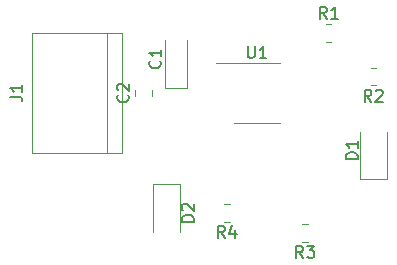
<source format=gbr>
%TF.GenerationSoftware,KiCad,Pcbnew,(6.0.10)*%
%TF.CreationDate,2023-03-03T00:14:05-08:00*%
%TF.ProjectId,ex 2,65782032-2e6b-4696-9361-645f70636258,rev?*%
%TF.SameCoordinates,Original*%
%TF.FileFunction,Legend,Top*%
%TF.FilePolarity,Positive*%
%FSLAX46Y46*%
G04 Gerber Fmt 4.6, Leading zero omitted, Abs format (unit mm)*
G04 Created by KiCad (PCBNEW (6.0.10)) date 2023-03-03 00:14:05*
%MOMM*%
%LPD*%
G01*
G04 APERTURE LIST*
%ADD10C,0.150000*%
%ADD11C,0.120000*%
G04 APERTURE END LIST*
D10*
%TO.C,R2*%
X159560397Y-82022380D02*
X159227064Y-81546190D01*
X158988968Y-82022380D02*
X158988968Y-81022380D01*
X159369921Y-81022380D01*
X159465159Y-81070000D01*
X159512778Y-81117619D01*
X159560397Y-81212857D01*
X159560397Y-81355714D01*
X159512778Y-81450952D01*
X159465159Y-81498571D01*
X159369921Y-81546190D01*
X158988968Y-81546190D01*
X159941349Y-81117619D02*
X159988968Y-81070000D01*
X160084206Y-81022380D01*
X160322302Y-81022380D01*
X160417540Y-81070000D01*
X160465159Y-81117619D01*
X160512778Y-81212857D01*
X160512778Y-81308095D01*
X160465159Y-81450952D01*
X159893730Y-82022380D01*
X160512778Y-82022380D01*
%TO.C,J1*%
X128992380Y-81613333D02*
X129706666Y-81613333D01*
X129849523Y-81660952D01*
X129944761Y-81756190D01*
X129992380Y-81899047D01*
X129992380Y-81994285D01*
X129992380Y-80613333D02*
X129992380Y-81184761D01*
X129992380Y-80899047D02*
X128992380Y-80899047D01*
X129135238Y-80994285D01*
X129230476Y-81089523D01*
X129278095Y-81184761D01*
%TO.C,R1*%
X155773333Y-75002380D02*
X155440000Y-74526190D01*
X155201904Y-75002380D02*
X155201904Y-74002380D01*
X155582857Y-74002380D01*
X155678095Y-74050000D01*
X155725714Y-74097619D01*
X155773333Y-74192857D01*
X155773333Y-74335714D01*
X155725714Y-74430952D01*
X155678095Y-74478571D01*
X155582857Y-74526190D01*
X155201904Y-74526190D01*
X156725714Y-75002380D02*
X156154285Y-75002380D01*
X156440000Y-75002380D02*
X156440000Y-74002380D01*
X156344761Y-74145238D01*
X156249523Y-74240476D01*
X156154285Y-74288095D01*
%TO.C,D2*%
X144512380Y-92178095D02*
X143512380Y-92178095D01*
X143512380Y-91940000D01*
X143560000Y-91797142D01*
X143655238Y-91701904D01*
X143750476Y-91654285D01*
X143940952Y-91606666D01*
X144083809Y-91606666D01*
X144274285Y-91654285D01*
X144369523Y-91701904D01*
X144464761Y-91797142D01*
X144512380Y-91940000D01*
X144512380Y-92178095D01*
X143607619Y-91225714D02*
X143560000Y-91178095D01*
X143512380Y-91082857D01*
X143512380Y-90844761D01*
X143560000Y-90749523D01*
X143607619Y-90701904D01*
X143702857Y-90654285D01*
X143798095Y-90654285D01*
X143940952Y-90701904D01*
X144512380Y-91273333D01*
X144512380Y-90654285D01*
%TO.C,C2*%
X138932142Y-81446666D02*
X138979761Y-81494285D01*
X139027380Y-81637142D01*
X139027380Y-81732380D01*
X138979761Y-81875238D01*
X138884523Y-81970476D01*
X138789285Y-82018095D01*
X138598809Y-82065714D01*
X138455952Y-82065714D01*
X138265476Y-82018095D01*
X138170238Y-81970476D01*
X138075000Y-81875238D01*
X138027380Y-81732380D01*
X138027380Y-81637142D01*
X138075000Y-81494285D01*
X138122619Y-81446666D01*
X138122619Y-81065714D02*
X138075000Y-81018095D01*
X138027380Y-80922857D01*
X138027380Y-80684761D01*
X138075000Y-80589523D01*
X138122619Y-80541904D01*
X138217857Y-80494285D01*
X138313095Y-80494285D01*
X138455952Y-80541904D01*
X139027380Y-81113333D01*
X139027380Y-80494285D01*
%TO.C,R3*%
X153773333Y-95247380D02*
X153440000Y-94771190D01*
X153201904Y-95247380D02*
X153201904Y-94247380D01*
X153582857Y-94247380D01*
X153678095Y-94295000D01*
X153725714Y-94342619D01*
X153773333Y-94437857D01*
X153773333Y-94580714D01*
X153725714Y-94675952D01*
X153678095Y-94723571D01*
X153582857Y-94771190D01*
X153201904Y-94771190D01*
X154106666Y-94247380D02*
X154725714Y-94247380D01*
X154392380Y-94628333D01*
X154535238Y-94628333D01*
X154630476Y-94675952D01*
X154678095Y-94723571D01*
X154725714Y-94818809D01*
X154725714Y-95056904D01*
X154678095Y-95152142D01*
X154630476Y-95199761D01*
X154535238Y-95247380D01*
X154249523Y-95247380D01*
X154154285Y-95199761D01*
X154106666Y-95152142D01*
%TO.C,C1*%
X141647142Y-78566666D02*
X141694761Y-78614285D01*
X141742380Y-78757142D01*
X141742380Y-78852380D01*
X141694761Y-78995238D01*
X141599523Y-79090476D01*
X141504285Y-79138095D01*
X141313809Y-79185714D01*
X141170952Y-79185714D01*
X140980476Y-79138095D01*
X140885238Y-79090476D01*
X140790000Y-78995238D01*
X140742380Y-78852380D01*
X140742380Y-78757142D01*
X140790000Y-78614285D01*
X140837619Y-78566666D01*
X141742380Y-77614285D02*
X141742380Y-78185714D01*
X141742380Y-77900000D02*
X140742380Y-77900000D01*
X140885238Y-77995238D01*
X140980476Y-78090476D01*
X141028095Y-78185714D01*
%TO.C,U1*%
X149098095Y-77332380D02*
X149098095Y-78141904D01*
X149145714Y-78237142D01*
X149193333Y-78284761D01*
X149288571Y-78332380D01*
X149479047Y-78332380D01*
X149574285Y-78284761D01*
X149621904Y-78237142D01*
X149669523Y-78141904D01*
X149669523Y-77332380D01*
X150669523Y-78332380D02*
X150098095Y-78332380D01*
X150383809Y-78332380D02*
X150383809Y-77332380D01*
X150288571Y-77475238D01*
X150193333Y-77570476D01*
X150098095Y-77618095D01*
%TO.C,D1*%
X158394880Y-86893095D02*
X157394880Y-86893095D01*
X157394880Y-86655000D01*
X157442500Y-86512142D01*
X157537738Y-86416904D01*
X157632976Y-86369285D01*
X157823452Y-86321666D01*
X157966309Y-86321666D01*
X158156785Y-86369285D01*
X158252023Y-86416904D01*
X158347261Y-86512142D01*
X158394880Y-86655000D01*
X158394880Y-86893095D01*
X158394880Y-85369285D02*
X158394880Y-85940714D01*
X158394880Y-85655000D02*
X157394880Y-85655000D01*
X157537738Y-85750238D01*
X157632976Y-85845476D01*
X157680595Y-85940714D01*
%TO.C,R4*%
X147153333Y-93542380D02*
X146820000Y-93066190D01*
X146581904Y-93542380D02*
X146581904Y-92542380D01*
X146962857Y-92542380D01*
X147058095Y-92590000D01*
X147105714Y-92637619D01*
X147153333Y-92732857D01*
X147153333Y-92875714D01*
X147105714Y-92970952D01*
X147058095Y-93018571D01*
X146962857Y-93066190D01*
X146581904Y-93066190D01*
X148010476Y-92875714D02*
X148010476Y-93542380D01*
X147772380Y-92494761D02*
X147534285Y-93209047D01*
X148153333Y-93209047D01*
D11*
%TO.C,R2*%
X159954128Y-79185000D02*
X159500000Y-79185000D01*
X159954128Y-80655000D02*
X159500000Y-80655000D01*
%TO.C,J1*%
X130810000Y-76200000D02*
X130810000Y-86360000D01*
X138430000Y-76200000D02*
X130810000Y-76200000D01*
X137160000Y-76200000D02*
X137160000Y-86360000D01*
X138430000Y-86360000D02*
X138430000Y-76200000D01*
X130810000Y-86360000D02*
X138430000Y-86360000D01*
%TO.C,R1*%
X155712936Y-76935000D02*
X156167064Y-76935000D01*
X155712936Y-75465000D02*
X156167064Y-75465000D01*
%TO.C,D2*%
X141105000Y-88980000D02*
X141105000Y-93040000D01*
X143375000Y-93040000D02*
X143375000Y-88980000D01*
X143375000Y-88980000D02*
X141105000Y-88980000D01*
%TO.C,C2*%
X139520000Y-81541252D02*
X139520000Y-81018748D01*
X140990000Y-81541252D02*
X140990000Y-81018748D01*
%TO.C,R3*%
X154167064Y-93880000D02*
X153712936Y-93880000D01*
X154167064Y-92410000D02*
X153712936Y-92410000D01*
%TO.C,C1*%
X142105000Y-80885000D02*
X143975000Y-80885000D01*
X143975000Y-80885000D02*
X143975000Y-76800000D01*
X142105000Y-76800000D02*
X142105000Y-80885000D01*
%TO.C,U1*%
X149860000Y-83840000D02*
X147910000Y-83840000D01*
X149860000Y-78720000D02*
X146410000Y-78720000D01*
X149860000Y-83840000D02*
X151810000Y-83840000D01*
X149860000Y-78720000D02*
X151810000Y-78720000D01*
%TO.C,D1*%
X160897500Y-88615000D02*
X160897500Y-84555000D01*
X158627500Y-84555000D02*
X158627500Y-88615000D01*
X158627500Y-88615000D02*
X160897500Y-88615000D01*
%TO.C,R4*%
X147547064Y-92175000D02*
X147092936Y-92175000D01*
X147547064Y-90705000D02*
X147092936Y-90705000D01*
%TD*%
M02*

</source>
